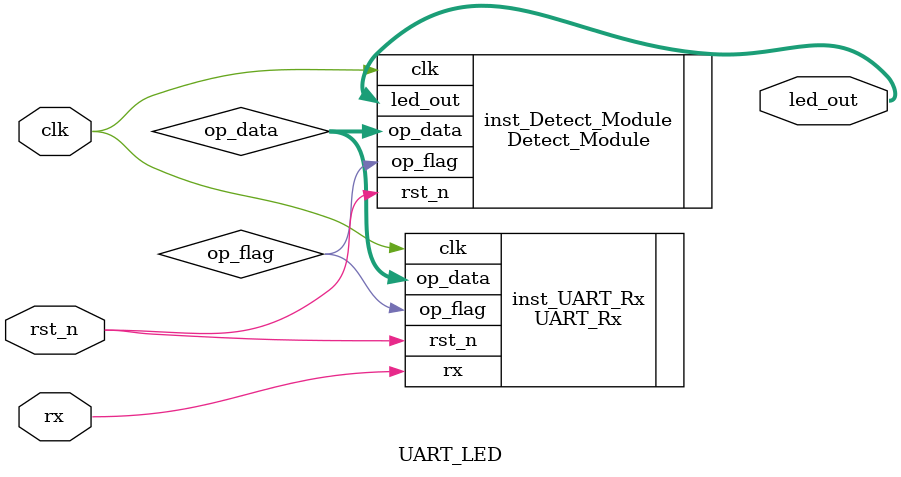
<source format=v>
module UART_LED (
	input clk,
	input rst_n,
	input rx,
	output [3:0] led_out
);

	wire [7:0] op_data;
	wire op_flag;

	UART_Rx inst_UART_Rx (
		.clk(clk),
		.rst_n(rst_n),
		.rx(rx),
		.op_data(op_data),
		.op_flag(op_flag)
	);

	Detect_Module inst_Detect_Module (
		.clk(clk),
		.rst_n(rst_n), 
		.op_data(op_data),
		.op_flag(op_flag),
		.led_out(led_out)
	);

endmodule
</source>
